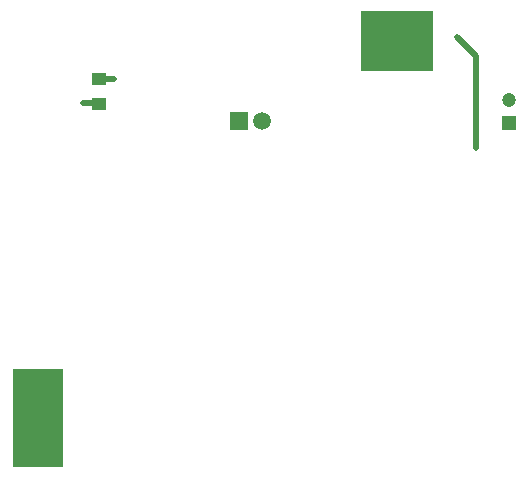
<source format=gbl>
G04*
G04 #@! TF.GenerationSoftware,Altium Limited,Altium Designer,24.0.1 (36)*
G04*
G04 Layer_Physical_Order=2*
G04 Layer_Color=16711680*
%FSLAX44Y44*%
%MOMM*%
G71*
G04*
G04 #@! TF.SameCoordinates,40904156-3D38-421D-9BDF-46F29154AA19*
G04*
G04*
G04 #@! TF.FilePolarity,Positive*
G04*
G01*
G75*
%ADD46C,0.5080*%
%ADD93C,1.2000*%
%ADD94R,1.2000X1.2000*%
%ADD95R,1.5000X1.5000*%
%ADD96C,1.5000*%
%ADD97C,1.4500*%
%ADD98C,0.5080*%
%ADD99C,0.3810*%
%ADD100R,1.3000X1.1000*%
%ADD101R,6.1214X5.0432*%
%ADD102R,6.1214X3.2766*%
%ADD103R,4.2202X8.3000*%
D46*
X434636Y321654D02*
Y399246D01*
X418846Y415036D02*
X434636Y399246D01*
X115316Y379648D02*
X128302D01*
X114816Y359148D02*
X115316Y358648D01*
X102108Y359148D02*
X114816D01*
D93*
X462534Y362458D02*
D03*
D94*
Y342458D02*
D03*
D95*
X233745Y344224D02*
D03*
D96*
X253746D02*
D03*
D97*
X55880Y68680D02*
D03*
Y118680D02*
D03*
D98*
X128302Y379648D02*
D03*
X418846Y415036D02*
D03*
X434636Y321654D02*
D03*
X102108Y359148D02*
D03*
D99*
X341196Y390392D02*
D03*
Y396363D02*
D03*
Y402333D02*
D03*
X387096Y395218D02*
D03*
X390652Y390392D02*
D03*
X394716Y395218D02*
D03*
D100*
X115316Y358648D02*
D03*
Y379648D02*
D03*
D101*
X367665Y411658D02*
D03*
D102*
X367665Y420491D02*
D03*
D103*
X63481Y93180D02*
D03*
M02*

</source>
